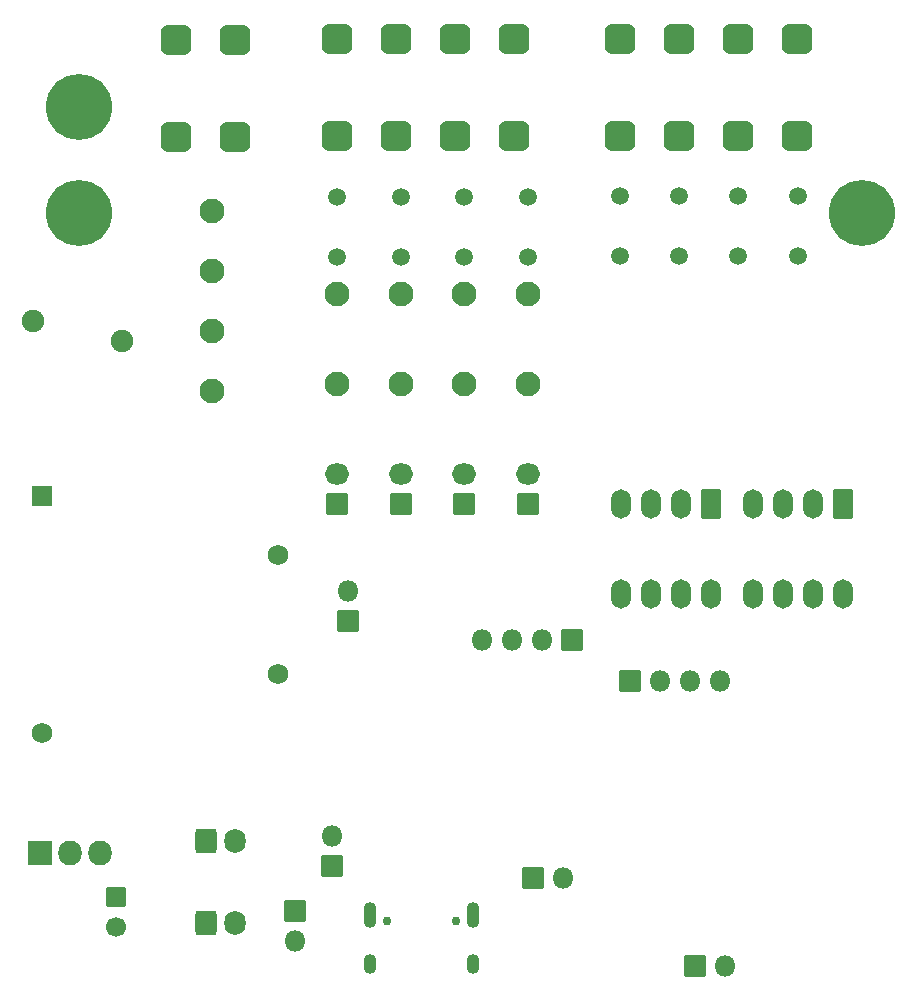
<source format=gbs>
G04 #@! TF.GenerationSoftware,KiCad,Pcbnew,(6.0.4)*
G04 #@! TF.CreationDate,2022-06-04T00:38:41+02:00*
G04 #@! TF.ProjectId,hamodule,68616d6f-6475-46c6-952e-6b696361645f,rev?*
G04 #@! TF.SameCoordinates,Original*
G04 #@! TF.FileFunction,Soldermask,Bot*
G04 #@! TF.FilePolarity,Negative*
%FSLAX46Y46*%
G04 Gerber Fmt 4.6, Leading zero omitted, Abs format (unit mm)*
G04 Created by KiCad (PCBNEW (6.0.4)) date 2022-06-04 00:38:41*
%MOMM*%
%LPD*%
G01*
G04 APERTURE LIST*
G04 Aperture macros list*
%AMRoundRect*
0 Rectangle with rounded corners*
0 $1 Rounding radius*
0 $2 $3 $4 $5 $6 $7 $8 $9 X,Y pos of 4 corners*
0 Add a 4 corners polygon primitive as box body*
4,1,4,$2,$3,$4,$5,$6,$7,$8,$9,$2,$3,0*
0 Add four circle primitives for the rounded corners*
1,1,$1+$1,$2,$3*
1,1,$1+$1,$4,$5*
1,1,$1+$1,$6,$7*
1,1,$1+$1,$8,$9*
0 Add four rect primitives between the rounded corners*
20,1,$1+$1,$2,$3,$4,$5,0*
20,1,$1+$1,$4,$5,$6,$7,0*
20,1,$1+$1,$6,$7,$8,$9,0*
20,1,$1+$1,$8,$9,$2,$3,0*%
G04 Aperture macros list end*
%ADD10RoundRect,0.050000X-0.850000X-0.850000X0.850000X-0.850000X0.850000X0.850000X-0.850000X0.850000X0*%
%ADD11O,1.800000X1.800000*%
%ADD12C,1.900000*%
%ADD13RoundRect,0.300000X-0.600000X-0.750000X0.600000X-0.750000X0.600000X0.750000X-0.600000X0.750000X0*%
%ADD14O,1.800000X2.100000*%
%ADD15RoundRect,0.050000X0.850000X0.850000X-0.850000X0.850000X-0.850000X-0.850000X0.850000X-0.850000X0*%
%ADD16RoundRect,0.050000X-0.825000X-0.825000X0.825000X-0.825000X0.825000X0.825000X-0.825000X0.825000X0*%
%ADD17C,1.750000*%
%ADD18RoundRect,0.050000X-0.952500X-1.000000X0.952500X-1.000000X0.952500X1.000000X-0.952500X1.000000X0*%
%ADD19O,2.005000X2.100000*%
%ADD20C,2.100000*%
%ADD21RoundRect,0.050000X0.850000X-0.850000X0.850000X0.850000X-0.850000X0.850000X-0.850000X-0.850000X0*%
%ADD22O,2.050000X1.800000*%
%ADD23RoundRect,0.675000X0.625000X0.625000X-0.625000X0.625000X-0.625000X-0.625000X0.625000X-0.625000X0*%
%ADD24C,5.600000*%
%ADD25RoundRect,0.050000X-0.800000X1.200000X-0.800000X-1.200000X0.800000X-1.200000X0.800000X1.200000X0*%
%ADD26O,1.700000X2.500000*%
%ADD27C,1.508000*%
%ADD28C,0.750000*%
%ADD29O,1.100000X2.200000*%
%ADD30O,1.100000X1.700000*%
%ADD31RoundRect,0.050000X-0.800000X0.800000X-0.800000X-0.800000X0.800000X-0.800000X0.800000X0.800000X0*%
%ADD32C,1.700000*%
%ADD33RoundRect,0.050000X-0.850000X0.850000X-0.850000X-0.850000X0.850000X-0.850000X0.850000X0.850000X0*%
G04 APERTURE END LIST*
D10*
X150558500Y-144538700D03*
D11*
X150558500Y-147078700D03*
D12*
X128386500Y-94623500D03*
X135886500Y-96256830D03*
D13*
X143009300Y-138603500D03*
D14*
X145509300Y-138603500D03*
D15*
X155080500Y-119965500D03*
D11*
X155080500Y-117425500D03*
D16*
X129136100Y-109443500D03*
D17*
X129136100Y-129443500D03*
X149136100Y-124443500D03*
X149136100Y-114443500D03*
D18*
X128960000Y-139600000D03*
D19*
X131500000Y-139600000D03*
X134040000Y-139600000D03*
D20*
X154100000Y-92300000D03*
X154100000Y-99920000D03*
D21*
X154100000Y-110080000D03*
D22*
X154100000Y-107540000D03*
D20*
X159500000Y-92300000D03*
X159500000Y-99920000D03*
D21*
X159500000Y-110080000D03*
D22*
X159500000Y-107540000D03*
D20*
X170300000Y-92300000D03*
X170300000Y-99920000D03*
D21*
X170300000Y-110080000D03*
D22*
X170300000Y-107540000D03*
D23*
X169146500Y-78953500D03*
X169146500Y-70753501D03*
X164146500Y-78953500D03*
X164146500Y-70753501D03*
X159146500Y-78953500D03*
X159146500Y-70753501D03*
X154146500Y-78953500D03*
X154146500Y-70753501D03*
X145500100Y-78977099D03*
X145500100Y-70777100D03*
X140500100Y-78977099D03*
X140500100Y-70777100D03*
X193106500Y-78913499D03*
X193106500Y-70713500D03*
X188106500Y-78913499D03*
X188106500Y-70713500D03*
X183106500Y-78913499D03*
X183106500Y-70713500D03*
X178106500Y-78913499D03*
X178106500Y-70713500D03*
D20*
X143546500Y-85283500D03*
X143536500Y-90363500D03*
D24*
X198564500Y-85407500D03*
X132270500Y-85407500D03*
D20*
X164900000Y-92300000D03*
X164900000Y-99920000D03*
D21*
X164900000Y-110080000D03*
D22*
X164900000Y-107540000D03*
D24*
X132256500Y-76503500D03*
D25*
X185751274Y-110118320D03*
D26*
X183211274Y-110118320D03*
X180671274Y-110118320D03*
X178131274Y-110118320D03*
X178131274Y-117738320D03*
X180671274Y-117738320D03*
X183211274Y-117738320D03*
X185751274Y-117738320D03*
D25*
X196927274Y-110118320D03*
D26*
X194387274Y-110118320D03*
X191847274Y-110118320D03*
X189307274Y-110118320D03*
X189307274Y-117738320D03*
X191847274Y-117738320D03*
X194387274Y-117738320D03*
X196927274Y-117738320D03*
D13*
X143009300Y-145580100D03*
D14*
X145509300Y-145580100D03*
D21*
X178955700Y-125082300D03*
D11*
X181495700Y-125082300D03*
X184035700Y-125082300D03*
X186575700Y-125082300D03*
D21*
X184442100Y-149161500D03*
D11*
X186982100Y-149161500D03*
D15*
X153733500Y-140708300D03*
D11*
X153733500Y-138168300D03*
D27*
X183070500Y-89090500D03*
X183070500Y-84010500D03*
X193128900Y-89090500D03*
X193128900Y-84010500D03*
D21*
X170700700Y-141719300D03*
D11*
X173240700Y-141719300D03*
D27*
X154100000Y-89180000D03*
X154100000Y-84100000D03*
D28*
X164163000Y-145400900D03*
X158383000Y-145400900D03*
D29*
X165593000Y-144870900D03*
D30*
X156953000Y-149050900D03*
D29*
X156953000Y-144870900D03*
D30*
X165593000Y-149050900D03*
D27*
X188099700Y-89090500D03*
X188099700Y-84010500D03*
D20*
X143546500Y-95413500D03*
X143536500Y-100493500D03*
D27*
X164900000Y-89140000D03*
X164900000Y-84060000D03*
D31*
X135400000Y-143400000D03*
D32*
X135400000Y-145900000D03*
D27*
X178092100Y-89090500D03*
X178092100Y-84010500D03*
X170300000Y-89140000D03*
X170300000Y-84060000D03*
D33*
X174000000Y-121600000D03*
D11*
X171460000Y-121600000D03*
X168920000Y-121600000D03*
X166380000Y-121600000D03*
D27*
X159500000Y-89140000D03*
X159500000Y-84060000D03*
M02*

</source>
